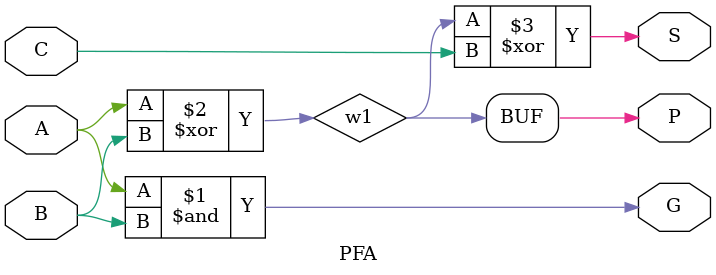
<source format=sv>
module PFA(A, B, C, P, G, S);
input A, B, C;
output P, G, S;

wire w1;

assign G = A & B;
assign w1 = A ^ B;
assign S = w1 ^ C;
assign P = w1;

endmodule

</source>
